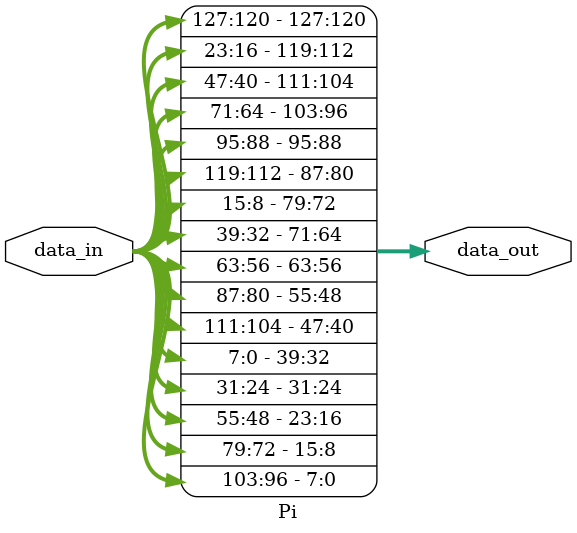
<source format=v>
`timescale 1ns / 1ps

module Pi (
    input  wire [127 : 0] data_in,
    output wire [127 : 0] data_out
);
	
	assign data_out[127 : 120]=data_in[127:120];
	assign data_out[119 : 112]=data_in[23 : 16];
	assign data_out[111 : 104]=data_in[47:40];
	assign data_out[103 : 96]=data_in[71 : 64];
	assign data_out[95 : 88]=data_in[95:88];
	assign data_out[87 : 80]=data_in[119 : 112];
	assign data_out[79 : 72]=data_in[15:8];
	assign data_out[71 : 64]=data_in[39 : 32];
	assign data_out[63 : 56]=data_in[63:56];
	assign data_out[55 : 48]=data_in[87 : 80];
	assign data_out[47 : 40]=data_in[111:104];
	assign data_out[39 : 32]=data_in[7 : 0];
	assign data_out[31 : 24]=data_in[31:24];
	assign data_out[23 : 16]=data_in[55 : 48];
	assign data_out[15 : 8]=data_in[79:72];
	assign data_out[7 : 0]=data_in[103 : 96];

	
endmodule
</source>
